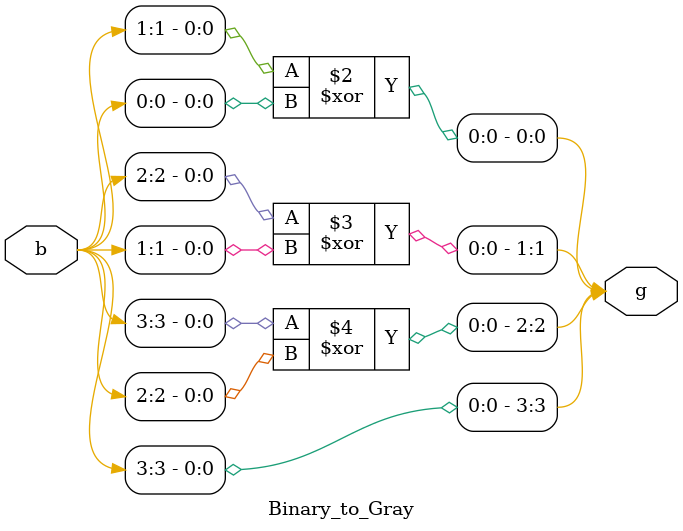
<source format=v>
`timescale 1ns / 1ps

module Binary_to_Gray(
    input [3:0] b,       //Input declaration
    output reg[3:0] g       //output declaration
    );
 always@(b)
 begin
 g[0]=b[1]^b[0];   
 g[1]=b[2]^b[1];
 g[2]=b[3]^b[2];
 g[3]=b[3];
 end
endmodule
</source>
